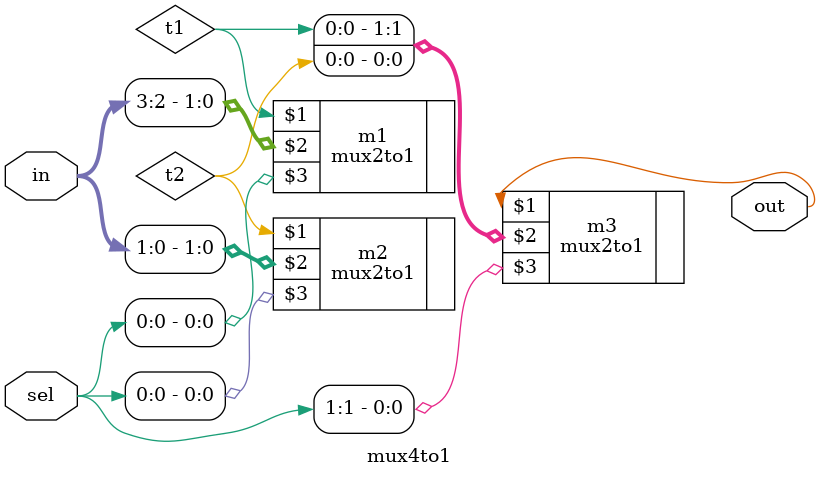
<source format=v>
module mux4to1(out, in, sel);

    input [3:0]in;
    input [1:0]sel;

    output out;

    wire [3:0]in; wire [1:0]sel; 
    wire t1, t2;
    wire out;

    // assign out = in[sel];
    mux2to1 m1(t1, in[3:2], sel[0]);
    mux2to1 m2(t2, in[1:0], sel[0]);
    mux2to1 m3(out, {t1,t2} , sel[1]);

endmodule
</source>
